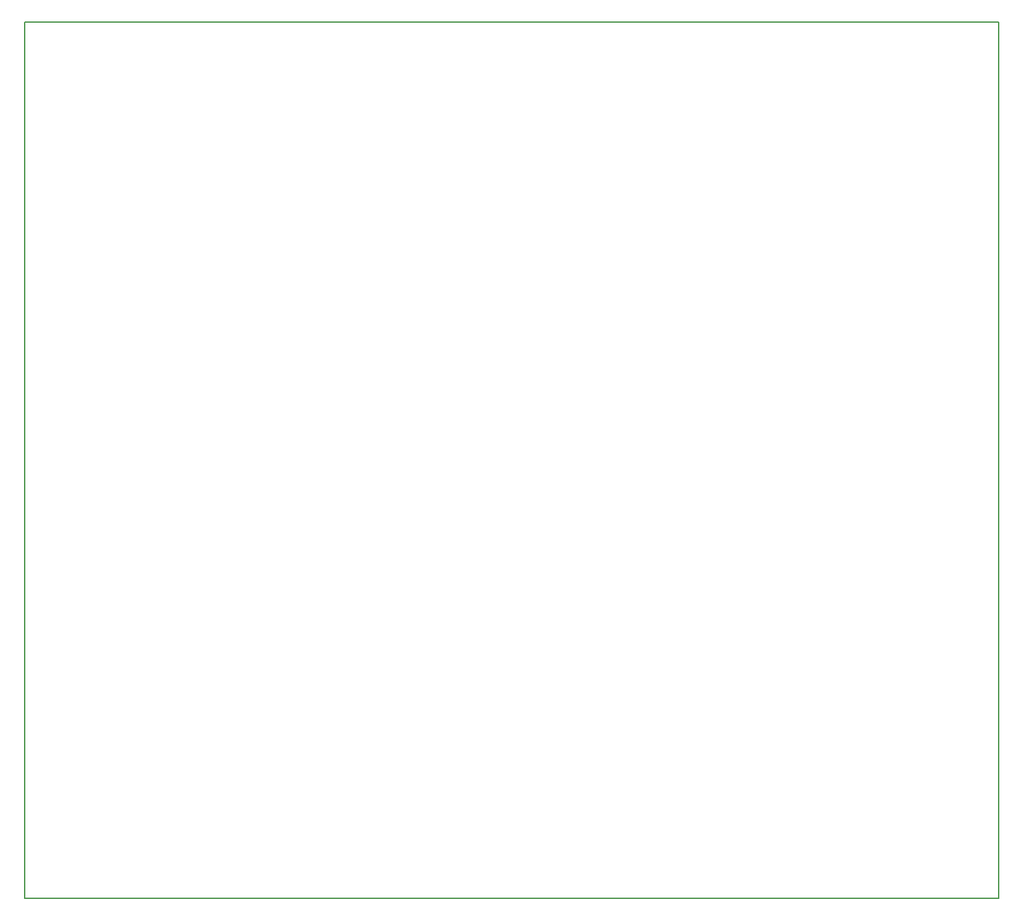
<source format=gbr>
G04 #@! TF.FileFunction,Profile,NP*
%FSLAX46Y46*%
G04 Gerber Fmt 4.6, Leading zero omitted, Abs format (unit mm)*
G04 Created by KiCad (PCBNEW 4.0.7) date Saturday, March 31, 2018 'PMt' 07:15:42 PM*
%MOMM*%
%LPD*%
G01*
G04 APERTURE LIST*
%ADD10C,0.100000*%
%ADD11C,0.150000*%
G04 APERTURE END LIST*
D10*
D11*
X220980000Y-33020000D02*
X93980000Y-33020000D01*
X220980000Y-147320000D02*
X220980000Y-33020000D01*
X93980000Y-147320000D02*
X220980000Y-147320000D01*
X93980000Y-33020000D02*
X93980000Y-147320000D01*
M02*

</source>
